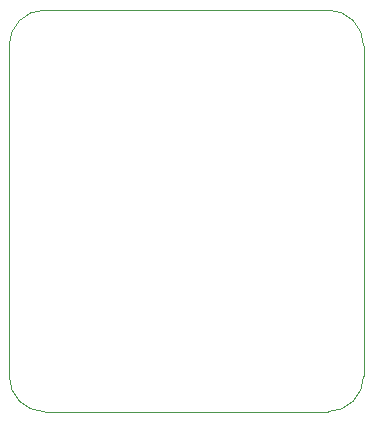
<source format=gbr>
G04 #@! TF.GenerationSoftware,KiCad,Pcbnew,(5.1.5)-3*
G04 #@! TF.CreationDate,2020-04-27T23:25:01+02:00*
G04 #@! TF.ProjectId,unified-usb-pcb_batt,756e6966-6965-4642-9d75-73622d706362,rev?*
G04 #@! TF.SameCoordinates,Original*
G04 #@! TF.FileFunction,Profile,NP*
%FSLAX46Y46*%
G04 Gerber Fmt 4.6, Leading zero omitted, Abs format (unit mm)*
G04 Created by KiCad (PCBNEW (5.1.5)-3) date 2020-04-27 23:25:01*
%MOMM*%
%LPD*%
G04 APERTURE LIST*
%ADD10C,0.050000*%
G04 APERTURE END LIST*
D10*
X45759400Y-50288000D02*
X45759400Y-22288000D01*
X18759400Y-53288000D02*
X42759400Y-53288000D01*
X15759400Y-22288000D02*
X15759400Y-50288000D01*
X42759400Y-19288000D02*
X18759400Y-19288000D01*
X45759400Y-50288000D02*
G75*
G02X42759400Y-53288000I-3000000J0D01*
G01*
X18759400Y-53288000D02*
G75*
G02X15759400Y-50288000I0J3000000D01*
G01*
X15759400Y-22288000D02*
G75*
G02X18759400Y-19288000I3000000J0D01*
G01*
X42759400Y-19288000D02*
G75*
G02X45759400Y-22288000I0J-3000000D01*
G01*
M02*

</source>
